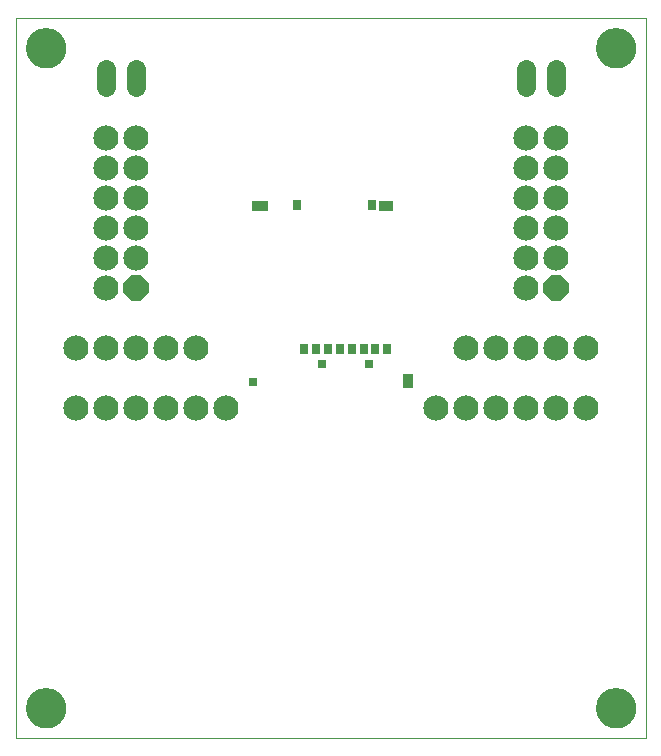
<source format=gbs>
G75*
%MOIN*%
%OFA0B0*%
%FSLAX25Y25*%
%IPPOS*%
%LPD*%
%AMOC8*
5,1,8,0,0,1.08239X$1,22.5*
%
%ADD10C,0.00000*%
%ADD11OC8,0.08400*%
%ADD12C,0.08400*%
%ADD13R,0.03156X0.03353*%
%ADD14R,0.03156X0.02959*%
%ADD15R,0.03766X0.04928*%
%ADD16R,0.05124X0.03746*%
%ADD17R,0.02959X0.03353*%
%ADD18R,0.05518X0.03746*%
%ADD19C,0.06400*%
%ADD20C,0.13392*%
D10*
X0002274Y0002274D02*
X0002274Y0242274D01*
X0212274Y0242274D01*
X0212274Y0002274D01*
X0002274Y0002274D01*
X0005778Y0012274D02*
X0005780Y0012435D01*
X0005786Y0012595D01*
X0005796Y0012756D01*
X0005810Y0012916D01*
X0005828Y0013075D01*
X0005849Y0013235D01*
X0005875Y0013393D01*
X0005905Y0013551D01*
X0005938Y0013708D01*
X0005976Y0013865D01*
X0006017Y0014020D01*
X0006062Y0014174D01*
X0006111Y0014327D01*
X0006164Y0014479D01*
X0006220Y0014629D01*
X0006280Y0014778D01*
X0006344Y0014926D01*
X0006411Y0015072D01*
X0006482Y0015216D01*
X0006557Y0015358D01*
X0006635Y0015499D01*
X0006716Y0015637D01*
X0006801Y0015774D01*
X0006890Y0015908D01*
X0006981Y0016040D01*
X0007076Y0016170D01*
X0007174Y0016297D01*
X0007275Y0016422D01*
X0007379Y0016545D01*
X0007486Y0016664D01*
X0007596Y0016781D01*
X0007709Y0016896D01*
X0007825Y0017007D01*
X0007943Y0017116D01*
X0008064Y0017221D01*
X0008188Y0017324D01*
X0008314Y0017424D01*
X0008443Y0017520D01*
X0008574Y0017613D01*
X0008707Y0017703D01*
X0008842Y0017790D01*
X0008980Y0017873D01*
X0009119Y0017952D01*
X0009261Y0018029D01*
X0009404Y0018102D01*
X0009549Y0018171D01*
X0009696Y0018236D01*
X0009844Y0018298D01*
X0009994Y0018357D01*
X0010145Y0018411D01*
X0010297Y0018462D01*
X0010451Y0018509D01*
X0010606Y0018552D01*
X0010761Y0018591D01*
X0010918Y0018627D01*
X0011076Y0018659D01*
X0011234Y0018686D01*
X0011393Y0018710D01*
X0011552Y0018730D01*
X0011712Y0018746D01*
X0011873Y0018758D01*
X0012033Y0018766D01*
X0012194Y0018770D01*
X0012354Y0018770D01*
X0012515Y0018766D01*
X0012675Y0018758D01*
X0012836Y0018746D01*
X0012996Y0018730D01*
X0013155Y0018710D01*
X0013314Y0018686D01*
X0013472Y0018659D01*
X0013630Y0018627D01*
X0013787Y0018591D01*
X0013942Y0018552D01*
X0014097Y0018509D01*
X0014251Y0018462D01*
X0014403Y0018411D01*
X0014554Y0018357D01*
X0014704Y0018298D01*
X0014852Y0018236D01*
X0014999Y0018171D01*
X0015144Y0018102D01*
X0015287Y0018029D01*
X0015429Y0017952D01*
X0015568Y0017873D01*
X0015706Y0017790D01*
X0015841Y0017703D01*
X0015974Y0017613D01*
X0016105Y0017520D01*
X0016234Y0017424D01*
X0016360Y0017324D01*
X0016484Y0017221D01*
X0016605Y0017116D01*
X0016723Y0017007D01*
X0016839Y0016896D01*
X0016952Y0016781D01*
X0017062Y0016664D01*
X0017169Y0016545D01*
X0017273Y0016422D01*
X0017374Y0016297D01*
X0017472Y0016170D01*
X0017567Y0016040D01*
X0017658Y0015908D01*
X0017747Y0015774D01*
X0017832Y0015637D01*
X0017913Y0015499D01*
X0017991Y0015358D01*
X0018066Y0015216D01*
X0018137Y0015072D01*
X0018204Y0014926D01*
X0018268Y0014778D01*
X0018328Y0014629D01*
X0018384Y0014479D01*
X0018437Y0014327D01*
X0018486Y0014174D01*
X0018531Y0014020D01*
X0018572Y0013865D01*
X0018610Y0013708D01*
X0018643Y0013551D01*
X0018673Y0013393D01*
X0018699Y0013235D01*
X0018720Y0013075D01*
X0018738Y0012916D01*
X0018752Y0012756D01*
X0018762Y0012595D01*
X0018768Y0012435D01*
X0018770Y0012274D01*
X0018768Y0012113D01*
X0018762Y0011953D01*
X0018752Y0011792D01*
X0018738Y0011632D01*
X0018720Y0011473D01*
X0018699Y0011313D01*
X0018673Y0011155D01*
X0018643Y0010997D01*
X0018610Y0010840D01*
X0018572Y0010683D01*
X0018531Y0010528D01*
X0018486Y0010374D01*
X0018437Y0010221D01*
X0018384Y0010069D01*
X0018328Y0009919D01*
X0018268Y0009770D01*
X0018204Y0009622D01*
X0018137Y0009476D01*
X0018066Y0009332D01*
X0017991Y0009190D01*
X0017913Y0009049D01*
X0017832Y0008911D01*
X0017747Y0008774D01*
X0017658Y0008640D01*
X0017567Y0008508D01*
X0017472Y0008378D01*
X0017374Y0008251D01*
X0017273Y0008126D01*
X0017169Y0008003D01*
X0017062Y0007884D01*
X0016952Y0007767D01*
X0016839Y0007652D01*
X0016723Y0007541D01*
X0016605Y0007432D01*
X0016484Y0007327D01*
X0016360Y0007224D01*
X0016234Y0007124D01*
X0016105Y0007028D01*
X0015974Y0006935D01*
X0015841Y0006845D01*
X0015706Y0006758D01*
X0015568Y0006675D01*
X0015429Y0006596D01*
X0015287Y0006519D01*
X0015144Y0006446D01*
X0014999Y0006377D01*
X0014852Y0006312D01*
X0014704Y0006250D01*
X0014554Y0006191D01*
X0014403Y0006137D01*
X0014251Y0006086D01*
X0014097Y0006039D01*
X0013942Y0005996D01*
X0013787Y0005957D01*
X0013630Y0005921D01*
X0013472Y0005889D01*
X0013314Y0005862D01*
X0013155Y0005838D01*
X0012996Y0005818D01*
X0012836Y0005802D01*
X0012675Y0005790D01*
X0012515Y0005782D01*
X0012354Y0005778D01*
X0012194Y0005778D01*
X0012033Y0005782D01*
X0011873Y0005790D01*
X0011712Y0005802D01*
X0011552Y0005818D01*
X0011393Y0005838D01*
X0011234Y0005862D01*
X0011076Y0005889D01*
X0010918Y0005921D01*
X0010761Y0005957D01*
X0010606Y0005996D01*
X0010451Y0006039D01*
X0010297Y0006086D01*
X0010145Y0006137D01*
X0009994Y0006191D01*
X0009844Y0006250D01*
X0009696Y0006312D01*
X0009549Y0006377D01*
X0009404Y0006446D01*
X0009261Y0006519D01*
X0009119Y0006596D01*
X0008980Y0006675D01*
X0008842Y0006758D01*
X0008707Y0006845D01*
X0008574Y0006935D01*
X0008443Y0007028D01*
X0008314Y0007124D01*
X0008188Y0007224D01*
X0008064Y0007327D01*
X0007943Y0007432D01*
X0007825Y0007541D01*
X0007709Y0007652D01*
X0007596Y0007767D01*
X0007486Y0007884D01*
X0007379Y0008003D01*
X0007275Y0008126D01*
X0007174Y0008251D01*
X0007076Y0008378D01*
X0006981Y0008508D01*
X0006890Y0008640D01*
X0006801Y0008774D01*
X0006716Y0008911D01*
X0006635Y0009049D01*
X0006557Y0009190D01*
X0006482Y0009332D01*
X0006411Y0009476D01*
X0006344Y0009622D01*
X0006280Y0009770D01*
X0006220Y0009919D01*
X0006164Y0010069D01*
X0006111Y0010221D01*
X0006062Y0010374D01*
X0006017Y0010528D01*
X0005976Y0010683D01*
X0005938Y0010840D01*
X0005905Y0010997D01*
X0005875Y0011155D01*
X0005849Y0011313D01*
X0005828Y0011473D01*
X0005810Y0011632D01*
X0005796Y0011792D01*
X0005786Y0011953D01*
X0005780Y0012113D01*
X0005778Y0012274D01*
X0005778Y0232274D02*
X0005780Y0232435D01*
X0005786Y0232595D01*
X0005796Y0232756D01*
X0005810Y0232916D01*
X0005828Y0233075D01*
X0005849Y0233235D01*
X0005875Y0233393D01*
X0005905Y0233551D01*
X0005938Y0233708D01*
X0005976Y0233865D01*
X0006017Y0234020D01*
X0006062Y0234174D01*
X0006111Y0234327D01*
X0006164Y0234479D01*
X0006220Y0234629D01*
X0006280Y0234778D01*
X0006344Y0234926D01*
X0006411Y0235072D01*
X0006482Y0235216D01*
X0006557Y0235358D01*
X0006635Y0235499D01*
X0006716Y0235637D01*
X0006801Y0235774D01*
X0006890Y0235908D01*
X0006981Y0236040D01*
X0007076Y0236170D01*
X0007174Y0236297D01*
X0007275Y0236422D01*
X0007379Y0236545D01*
X0007486Y0236664D01*
X0007596Y0236781D01*
X0007709Y0236896D01*
X0007825Y0237007D01*
X0007943Y0237116D01*
X0008064Y0237221D01*
X0008188Y0237324D01*
X0008314Y0237424D01*
X0008443Y0237520D01*
X0008574Y0237613D01*
X0008707Y0237703D01*
X0008842Y0237790D01*
X0008980Y0237873D01*
X0009119Y0237952D01*
X0009261Y0238029D01*
X0009404Y0238102D01*
X0009549Y0238171D01*
X0009696Y0238236D01*
X0009844Y0238298D01*
X0009994Y0238357D01*
X0010145Y0238411D01*
X0010297Y0238462D01*
X0010451Y0238509D01*
X0010606Y0238552D01*
X0010761Y0238591D01*
X0010918Y0238627D01*
X0011076Y0238659D01*
X0011234Y0238686D01*
X0011393Y0238710D01*
X0011552Y0238730D01*
X0011712Y0238746D01*
X0011873Y0238758D01*
X0012033Y0238766D01*
X0012194Y0238770D01*
X0012354Y0238770D01*
X0012515Y0238766D01*
X0012675Y0238758D01*
X0012836Y0238746D01*
X0012996Y0238730D01*
X0013155Y0238710D01*
X0013314Y0238686D01*
X0013472Y0238659D01*
X0013630Y0238627D01*
X0013787Y0238591D01*
X0013942Y0238552D01*
X0014097Y0238509D01*
X0014251Y0238462D01*
X0014403Y0238411D01*
X0014554Y0238357D01*
X0014704Y0238298D01*
X0014852Y0238236D01*
X0014999Y0238171D01*
X0015144Y0238102D01*
X0015287Y0238029D01*
X0015429Y0237952D01*
X0015568Y0237873D01*
X0015706Y0237790D01*
X0015841Y0237703D01*
X0015974Y0237613D01*
X0016105Y0237520D01*
X0016234Y0237424D01*
X0016360Y0237324D01*
X0016484Y0237221D01*
X0016605Y0237116D01*
X0016723Y0237007D01*
X0016839Y0236896D01*
X0016952Y0236781D01*
X0017062Y0236664D01*
X0017169Y0236545D01*
X0017273Y0236422D01*
X0017374Y0236297D01*
X0017472Y0236170D01*
X0017567Y0236040D01*
X0017658Y0235908D01*
X0017747Y0235774D01*
X0017832Y0235637D01*
X0017913Y0235499D01*
X0017991Y0235358D01*
X0018066Y0235216D01*
X0018137Y0235072D01*
X0018204Y0234926D01*
X0018268Y0234778D01*
X0018328Y0234629D01*
X0018384Y0234479D01*
X0018437Y0234327D01*
X0018486Y0234174D01*
X0018531Y0234020D01*
X0018572Y0233865D01*
X0018610Y0233708D01*
X0018643Y0233551D01*
X0018673Y0233393D01*
X0018699Y0233235D01*
X0018720Y0233075D01*
X0018738Y0232916D01*
X0018752Y0232756D01*
X0018762Y0232595D01*
X0018768Y0232435D01*
X0018770Y0232274D01*
X0018768Y0232113D01*
X0018762Y0231953D01*
X0018752Y0231792D01*
X0018738Y0231632D01*
X0018720Y0231473D01*
X0018699Y0231313D01*
X0018673Y0231155D01*
X0018643Y0230997D01*
X0018610Y0230840D01*
X0018572Y0230683D01*
X0018531Y0230528D01*
X0018486Y0230374D01*
X0018437Y0230221D01*
X0018384Y0230069D01*
X0018328Y0229919D01*
X0018268Y0229770D01*
X0018204Y0229622D01*
X0018137Y0229476D01*
X0018066Y0229332D01*
X0017991Y0229190D01*
X0017913Y0229049D01*
X0017832Y0228911D01*
X0017747Y0228774D01*
X0017658Y0228640D01*
X0017567Y0228508D01*
X0017472Y0228378D01*
X0017374Y0228251D01*
X0017273Y0228126D01*
X0017169Y0228003D01*
X0017062Y0227884D01*
X0016952Y0227767D01*
X0016839Y0227652D01*
X0016723Y0227541D01*
X0016605Y0227432D01*
X0016484Y0227327D01*
X0016360Y0227224D01*
X0016234Y0227124D01*
X0016105Y0227028D01*
X0015974Y0226935D01*
X0015841Y0226845D01*
X0015706Y0226758D01*
X0015568Y0226675D01*
X0015429Y0226596D01*
X0015287Y0226519D01*
X0015144Y0226446D01*
X0014999Y0226377D01*
X0014852Y0226312D01*
X0014704Y0226250D01*
X0014554Y0226191D01*
X0014403Y0226137D01*
X0014251Y0226086D01*
X0014097Y0226039D01*
X0013942Y0225996D01*
X0013787Y0225957D01*
X0013630Y0225921D01*
X0013472Y0225889D01*
X0013314Y0225862D01*
X0013155Y0225838D01*
X0012996Y0225818D01*
X0012836Y0225802D01*
X0012675Y0225790D01*
X0012515Y0225782D01*
X0012354Y0225778D01*
X0012194Y0225778D01*
X0012033Y0225782D01*
X0011873Y0225790D01*
X0011712Y0225802D01*
X0011552Y0225818D01*
X0011393Y0225838D01*
X0011234Y0225862D01*
X0011076Y0225889D01*
X0010918Y0225921D01*
X0010761Y0225957D01*
X0010606Y0225996D01*
X0010451Y0226039D01*
X0010297Y0226086D01*
X0010145Y0226137D01*
X0009994Y0226191D01*
X0009844Y0226250D01*
X0009696Y0226312D01*
X0009549Y0226377D01*
X0009404Y0226446D01*
X0009261Y0226519D01*
X0009119Y0226596D01*
X0008980Y0226675D01*
X0008842Y0226758D01*
X0008707Y0226845D01*
X0008574Y0226935D01*
X0008443Y0227028D01*
X0008314Y0227124D01*
X0008188Y0227224D01*
X0008064Y0227327D01*
X0007943Y0227432D01*
X0007825Y0227541D01*
X0007709Y0227652D01*
X0007596Y0227767D01*
X0007486Y0227884D01*
X0007379Y0228003D01*
X0007275Y0228126D01*
X0007174Y0228251D01*
X0007076Y0228378D01*
X0006981Y0228508D01*
X0006890Y0228640D01*
X0006801Y0228774D01*
X0006716Y0228911D01*
X0006635Y0229049D01*
X0006557Y0229190D01*
X0006482Y0229332D01*
X0006411Y0229476D01*
X0006344Y0229622D01*
X0006280Y0229770D01*
X0006220Y0229919D01*
X0006164Y0230069D01*
X0006111Y0230221D01*
X0006062Y0230374D01*
X0006017Y0230528D01*
X0005976Y0230683D01*
X0005938Y0230840D01*
X0005905Y0230997D01*
X0005875Y0231155D01*
X0005849Y0231313D01*
X0005828Y0231473D01*
X0005810Y0231632D01*
X0005796Y0231792D01*
X0005786Y0231953D01*
X0005780Y0232113D01*
X0005778Y0232274D01*
X0195778Y0232274D02*
X0195780Y0232435D01*
X0195786Y0232595D01*
X0195796Y0232756D01*
X0195810Y0232916D01*
X0195828Y0233075D01*
X0195849Y0233235D01*
X0195875Y0233393D01*
X0195905Y0233551D01*
X0195938Y0233708D01*
X0195976Y0233865D01*
X0196017Y0234020D01*
X0196062Y0234174D01*
X0196111Y0234327D01*
X0196164Y0234479D01*
X0196220Y0234629D01*
X0196280Y0234778D01*
X0196344Y0234926D01*
X0196411Y0235072D01*
X0196482Y0235216D01*
X0196557Y0235358D01*
X0196635Y0235499D01*
X0196716Y0235637D01*
X0196801Y0235774D01*
X0196890Y0235908D01*
X0196981Y0236040D01*
X0197076Y0236170D01*
X0197174Y0236297D01*
X0197275Y0236422D01*
X0197379Y0236545D01*
X0197486Y0236664D01*
X0197596Y0236781D01*
X0197709Y0236896D01*
X0197825Y0237007D01*
X0197943Y0237116D01*
X0198064Y0237221D01*
X0198188Y0237324D01*
X0198314Y0237424D01*
X0198443Y0237520D01*
X0198574Y0237613D01*
X0198707Y0237703D01*
X0198842Y0237790D01*
X0198980Y0237873D01*
X0199119Y0237952D01*
X0199261Y0238029D01*
X0199404Y0238102D01*
X0199549Y0238171D01*
X0199696Y0238236D01*
X0199844Y0238298D01*
X0199994Y0238357D01*
X0200145Y0238411D01*
X0200297Y0238462D01*
X0200451Y0238509D01*
X0200606Y0238552D01*
X0200761Y0238591D01*
X0200918Y0238627D01*
X0201076Y0238659D01*
X0201234Y0238686D01*
X0201393Y0238710D01*
X0201552Y0238730D01*
X0201712Y0238746D01*
X0201873Y0238758D01*
X0202033Y0238766D01*
X0202194Y0238770D01*
X0202354Y0238770D01*
X0202515Y0238766D01*
X0202675Y0238758D01*
X0202836Y0238746D01*
X0202996Y0238730D01*
X0203155Y0238710D01*
X0203314Y0238686D01*
X0203472Y0238659D01*
X0203630Y0238627D01*
X0203787Y0238591D01*
X0203942Y0238552D01*
X0204097Y0238509D01*
X0204251Y0238462D01*
X0204403Y0238411D01*
X0204554Y0238357D01*
X0204704Y0238298D01*
X0204852Y0238236D01*
X0204999Y0238171D01*
X0205144Y0238102D01*
X0205287Y0238029D01*
X0205429Y0237952D01*
X0205568Y0237873D01*
X0205706Y0237790D01*
X0205841Y0237703D01*
X0205974Y0237613D01*
X0206105Y0237520D01*
X0206234Y0237424D01*
X0206360Y0237324D01*
X0206484Y0237221D01*
X0206605Y0237116D01*
X0206723Y0237007D01*
X0206839Y0236896D01*
X0206952Y0236781D01*
X0207062Y0236664D01*
X0207169Y0236545D01*
X0207273Y0236422D01*
X0207374Y0236297D01*
X0207472Y0236170D01*
X0207567Y0236040D01*
X0207658Y0235908D01*
X0207747Y0235774D01*
X0207832Y0235637D01*
X0207913Y0235499D01*
X0207991Y0235358D01*
X0208066Y0235216D01*
X0208137Y0235072D01*
X0208204Y0234926D01*
X0208268Y0234778D01*
X0208328Y0234629D01*
X0208384Y0234479D01*
X0208437Y0234327D01*
X0208486Y0234174D01*
X0208531Y0234020D01*
X0208572Y0233865D01*
X0208610Y0233708D01*
X0208643Y0233551D01*
X0208673Y0233393D01*
X0208699Y0233235D01*
X0208720Y0233075D01*
X0208738Y0232916D01*
X0208752Y0232756D01*
X0208762Y0232595D01*
X0208768Y0232435D01*
X0208770Y0232274D01*
X0208768Y0232113D01*
X0208762Y0231953D01*
X0208752Y0231792D01*
X0208738Y0231632D01*
X0208720Y0231473D01*
X0208699Y0231313D01*
X0208673Y0231155D01*
X0208643Y0230997D01*
X0208610Y0230840D01*
X0208572Y0230683D01*
X0208531Y0230528D01*
X0208486Y0230374D01*
X0208437Y0230221D01*
X0208384Y0230069D01*
X0208328Y0229919D01*
X0208268Y0229770D01*
X0208204Y0229622D01*
X0208137Y0229476D01*
X0208066Y0229332D01*
X0207991Y0229190D01*
X0207913Y0229049D01*
X0207832Y0228911D01*
X0207747Y0228774D01*
X0207658Y0228640D01*
X0207567Y0228508D01*
X0207472Y0228378D01*
X0207374Y0228251D01*
X0207273Y0228126D01*
X0207169Y0228003D01*
X0207062Y0227884D01*
X0206952Y0227767D01*
X0206839Y0227652D01*
X0206723Y0227541D01*
X0206605Y0227432D01*
X0206484Y0227327D01*
X0206360Y0227224D01*
X0206234Y0227124D01*
X0206105Y0227028D01*
X0205974Y0226935D01*
X0205841Y0226845D01*
X0205706Y0226758D01*
X0205568Y0226675D01*
X0205429Y0226596D01*
X0205287Y0226519D01*
X0205144Y0226446D01*
X0204999Y0226377D01*
X0204852Y0226312D01*
X0204704Y0226250D01*
X0204554Y0226191D01*
X0204403Y0226137D01*
X0204251Y0226086D01*
X0204097Y0226039D01*
X0203942Y0225996D01*
X0203787Y0225957D01*
X0203630Y0225921D01*
X0203472Y0225889D01*
X0203314Y0225862D01*
X0203155Y0225838D01*
X0202996Y0225818D01*
X0202836Y0225802D01*
X0202675Y0225790D01*
X0202515Y0225782D01*
X0202354Y0225778D01*
X0202194Y0225778D01*
X0202033Y0225782D01*
X0201873Y0225790D01*
X0201712Y0225802D01*
X0201552Y0225818D01*
X0201393Y0225838D01*
X0201234Y0225862D01*
X0201076Y0225889D01*
X0200918Y0225921D01*
X0200761Y0225957D01*
X0200606Y0225996D01*
X0200451Y0226039D01*
X0200297Y0226086D01*
X0200145Y0226137D01*
X0199994Y0226191D01*
X0199844Y0226250D01*
X0199696Y0226312D01*
X0199549Y0226377D01*
X0199404Y0226446D01*
X0199261Y0226519D01*
X0199119Y0226596D01*
X0198980Y0226675D01*
X0198842Y0226758D01*
X0198707Y0226845D01*
X0198574Y0226935D01*
X0198443Y0227028D01*
X0198314Y0227124D01*
X0198188Y0227224D01*
X0198064Y0227327D01*
X0197943Y0227432D01*
X0197825Y0227541D01*
X0197709Y0227652D01*
X0197596Y0227767D01*
X0197486Y0227884D01*
X0197379Y0228003D01*
X0197275Y0228126D01*
X0197174Y0228251D01*
X0197076Y0228378D01*
X0196981Y0228508D01*
X0196890Y0228640D01*
X0196801Y0228774D01*
X0196716Y0228911D01*
X0196635Y0229049D01*
X0196557Y0229190D01*
X0196482Y0229332D01*
X0196411Y0229476D01*
X0196344Y0229622D01*
X0196280Y0229770D01*
X0196220Y0229919D01*
X0196164Y0230069D01*
X0196111Y0230221D01*
X0196062Y0230374D01*
X0196017Y0230528D01*
X0195976Y0230683D01*
X0195938Y0230840D01*
X0195905Y0230997D01*
X0195875Y0231155D01*
X0195849Y0231313D01*
X0195828Y0231473D01*
X0195810Y0231632D01*
X0195796Y0231792D01*
X0195786Y0231953D01*
X0195780Y0232113D01*
X0195778Y0232274D01*
X0195778Y0012274D02*
X0195780Y0012435D01*
X0195786Y0012595D01*
X0195796Y0012756D01*
X0195810Y0012916D01*
X0195828Y0013075D01*
X0195849Y0013235D01*
X0195875Y0013393D01*
X0195905Y0013551D01*
X0195938Y0013708D01*
X0195976Y0013865D01*
X0196017Y0014020D01*
X0196062Y0014174D01*
X0196111Y0014327D01*
X0196164Y0014479D01*
X0196220Y0014629D01*
X0196280Y0014778D01*
X0196344Y0014926D01*
X0196411Y0015072D01*
X0196482Y0015216D01*
X0196557Y0015358D01*
X0196635Y0015499D01*
X0196716Y0015637D01*
X0196801Y0015774D01*
X0196890Y0015908D01*
X0196981Y0016040D01*
X0197076Y0016170D01*
X0197174Y0016297D01*
X0197275Y0016422D01*
X0197379Y0016545D01*
X0197486Y0016664D01*
X0197596Y0016781D01*
X0197709Y0016896D01*
X0197825Y0017007D01*
X0197943Y0017116D01*
X0198064Y0017221D01*
X0198188Y0017324D01*
X0198314Y0017424D01*
X0198443Y0017520D01*
X0198574Y0017613D01*
X0198707Y0017703D01*
X0198842Y0017790D01*
X0198980Y0017873D01*
X0199119Y0017952D01*
X0199261Y0018029D01*
X0199404Y0018102D01*
X0199549Y0018171D01*
X0199696Y0018236D01*
X0199844Y0018298D01*
X0199994Y0018357D01*
X0200145Y0018411D01*
X0200297Y0018462D01*
X0200451Y0018509D01*
X0200606Y0018552D01*
X0200761Y0018591D01*
X0200918Y0018627D01*
X0201076Y0018659D01*
X0201234Y0018686D01*
X0201393Y0018710D01*
X0201552Y0018730D01*
X0201712Y0018746D01*
X0201873Y0018758D01*
X0202033Y0018766D01*
X0202194Y0018770D01*
X0202354Y0018770D01*
X0202515Y0018766D01*
X0202675Y0018758D01*
X0202836Y0018746D01*
X0202996Y0018730D01*
X0203155Y0018710D01*
X0203314Y0018686D01*
X0203472Y0018659D01*
X0203630Y0018627D01*
X0203787Y0018591D01*
X0203942Y0018552D01*
X0204097Y0018509D01*
X0204251Y0018462D01*
X0204403Y0018411D01*
X0204554Y0018357D01*
X0204704Y0018298D01*
X0204852Y0018236D01*
X0204999Y0018171D01*
X0205144Y0018102D01*
X0205287Y0018029D01*
X0205429Y0017952D01*
X0205568Y0017873D01*
X0205706Y0017790D01*
X0205841Y0017703D01*
X0205974Y0017613D01*
X0206105Y0017520D01*
X0206234Y0017424D01*
X0206360Y0017324D01*
X0206484Y0017221D01*
X0206605Y0017116D01*
X0206723Y0017007D01*
X0206839Y0016896D01*
X0206952Y0016781D01*
X0207062Y0016664D01*
X0207169Y0016545D01*
X0207273Y0016422D01*
X0207374Y0016297D01*
X0207472Y0016170D01*
X0207567Y0016040D01*
X0207658Y0015908D01*
X0207747Y0015774D01*
X0207832Y0015637D01*
X0207913Y0015499D01*
X0207991Y0015358D01*
X0208066Y0015216D01*
X0208137Y0015072D01*
X0208204Y0014926D01*
X0208268Y0014778D01*
X0208328Y0014629D01*
X0208384Y0014479D01*
X0208437Y0014327D01*
X0208486Y0014174D01*
X0208531Y0014020D01*
X0208572Y0013865D01*
X0208610Y0013708D01*
X0208643Y0013551D01*
X0208673Y0013393D01*
X0208699Y0013235D01*
X0208720Y0013075D01*
X0208738Y0012916D01*
X0208752Y0012756D01*
X0208762Y0012595D01*
X0208768Y0012435D01*
X0208770Y0012274D01*
X0208768Y0012113D01*
X0208762Y0011953D01*
X0208752Y0011792D01*
X0208738Y0011632D01*
X0208720Y0011473D01*
X0208699Y0011313D01*
X0208673Y0011155D01*
X0208643Y0010997D01*
X0208610Y0010840D01*
X0208572Y0010683D01*
X0208531Y0010528D01*
X0208486Y0010374D01*
X0208437Y0010221D01*
X0208384Y0010069D01*
X0208328Y0009919D01*
X0208268Y0009770D01*
X0208204Y0009622D01*
X0208137Y0009476D01*
X0208066Y0009332D01*
X0207991Y0009190D01*
X0207913Y0009049D01*
X0207832Y0008911D01*
X0207747Y0008774D01*
X0207658Y0008640D01*
X0207567Y0008508D01*
X0207472Y0008378D01*
X0207374Y0008251D01*
X0207273Y0008126D01*
X0207169Y0008003D01*
X0207062Y0007884D01*
X0206952Y0007767D01*
X0206839Y0007652D01*
X0206723Y0007541D01*
X0206605Y0007432D01*
X0206484Y0007327D01*
X0206360Y0007224D01*
X0206234Y0007124D01*
X0206105Y0007028D01*
X0205974Y0006935D01*
X0205841Y0006845D01*
X0205706Y0006758D01*
X0205568Y0006675D01*
X0205429Y0006596D01*
X0205287Y0006519D01*
X0205144Y0006446D01*
X0204999Y0006377D01*
X0204852Y0006312D01*
X0204704Y0006250D01*
X0204554Y0006191D01*
X0204403Y0006137D01*
X0204251Y0006086D01*
X0204097Y0006039D01*
X0203942Y0005996D01*
X0203787Y0005957D01*
X0203630Y0005921D01*
X0203472Y0005889D01*
X0203314Y0005862D01*
X0203155Y0005838D01*
X0202996Y0005818D01*
X0202836Y0005802D01*
X0202675Y0005790D01*
X0202515Y0005782D01*
X0202354Y0005778D01*
X0202194Y0005778D01*
X0202033Y0005782D01*
X0201873Y0005790D01*
X0201712Y0005802D01*
X0201552Y0005818D01*
X0201393Y0005838D01*
X0201234Y0005862D01*
X0201076Y0005889D01*
X0200918Y0005921D01*
X0200761Y0005957D01*
X0200606Y0005996D01*
X0200451Y0006039D01*
X0200297Y0006086D01*
X0200145Y0006137D01*
X0199994Y0006191D01*
X0199844Y0006250D01*
X0199696Y0006312D01*
X0199549Y0006377D01*
X0199404Y0006446D01*
X0199261Y0006519D01*
X0199119Y0006596D01*
X0198980Y0006675D01*
X0198842Y0006758D01*
X0198707Y0006845D01*
X0198574Y0006935D01*
X0198443Y0007028D01*
X0198314Y0007124D01*
X0198188Y0007224D01*
X0198064Y0007327D01*
X0197943Y0007432D01*
X0197825Y0007541D01*
X0197709Y0007652D01*
X0197596Y0007767D01*
X0197486Y0007884D01*
X0197379Y0008003D01*
X0197275Y0008126D01*
X0197174Y0008251D01*
X0197076Y0008378D01*
X0196981Y0008508D01*
X0196890Y0008640D01*
X0196801Y0008774D01*
X0196716Y0008911D01*
X0196635Y0009049D01*
X0196557Y0009190D01*
X0196482Y0009332D01*
X0196411Y0009476D01*
X0196344Y0009622D01*
X0196280Y0009770D01*
X0196220Y0009919D01*
X0196164Y0010069D01*
X0196111Y0010221D01*
X0196062Y0010374D01*
X0196017Y0010528D01*
X0195976Y0010683D01*
X0195938Y0010840D01*
X0195905Y0010997D01*
X0195875Y0011155D01*
X0195849Y0011313D01*
X0195828Y0011473D01*
X0195810Y0011632D01*
X0195796Y0011792D01*
X0195786Y0011953D01*
X0195780Y0012113D01*
X0195778Y0012274D01*
D11*
X0182274Y0152274D03*
X0042274Y0152274D03*
D12*
X0042274Y0162274D03*
X0042274Y0172274D03*
X0042274Y0182274D03*
X0042274Y0192274D03*
X0042274Y0202274D03*
X0032274Y0202274D03*
X0032274Y0192274D03*
X0032274Y0182274D03*
X0032274Y0172274D03*
X0032274Y0162274D03*
X0032274Y0152274D03*
X0032274Y0132274D03*
X0042274Y0132274D03*
X0052274Y0132274D03*
X0062274Y0132274D03*
X0062274Y0112274D03*
X0072274Y0112274D03*
X0052274Y0112274D03*
X0042274Y0112274D03*
X0032274Y0112274D03*
X0022274Y0112274D03*
X0022274Y0132274D03*
X0142274Y0112274D03*
X0152274Y0112274D03*
X0162274Y0112274D03*
X0172274Y0112274D03*
X0182274Y0112274D03*
X0192274Y0112274D03*
X0192274Y0132274D03*
X0182274Y0132274D03*
X0172274Y0132274D03*
X0162274Y0132274D03*
X0152274Y0132274D03*
X0172274Y0152274D03*
X0172274Y0162274D03*
X0172274Y0172274D03*
X0172274Y0182274D03*
X0172274Y0192274D03*
X0172274Y0202274D03*
X0182274Y0202274D03*
X0182274Y0192274D03*
X0182274Y0182274D03*
X0182274Y0172274D03*
X0182274Y0162274D03*
D13*
X0126073Y0131781D03*
X0122136Y0131781D03*
X0118199Y0131781D03*
X0114262Y0131781D03*
X0110325Y0131781D03*
X0106388Y0131781D03*
X0102451Y0131781D03*
X0098514Y0131781D03*
D14*
X0104419Y0127057D03*
X0120167Y0127057D03*
X0081388Y0120955D03*
D15*
X0132923Y0121152D03*
D16*
X0125827Y0179616D03*
D17*
X0120955Y0179813D03*
X0095955Y0179813D03*
D18*
X0083602Y0179616D03*
D19*
X0042274Y0219274D02*
X0042274Y0225274D01*
X0032274Y0225274D02*
X0032274Y0219274D01*
X0172274Y0219274D02*
X0172274Y0225274D01*
X0182274Y0225274D02*
X0182274Y0219274D01*
D20*
X0202274Y0232274D03*
X0202274Y0012274D03*
X0012274Y0012274D03*
X0012274Y0232274D03*
M02*

</source>
